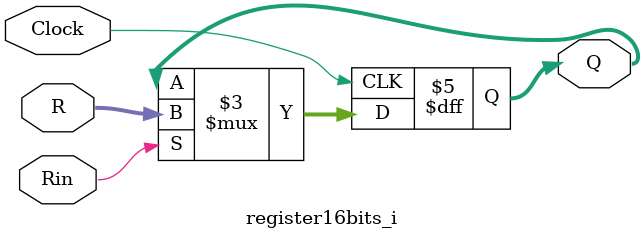
<source format=v>
module register16bits_i(R, Rin, Clock, Q);
  parameter n = 16;

  input [n-1:0] R;
  input Rin, Clock;
  output [n-1:0] Q;
  reg [n-1:0] Q;

  initial 
    Q <= 16'b0;

  always @(posedge Clock)
    if (Rin)
      Q <= R;

endmodule
</source>
